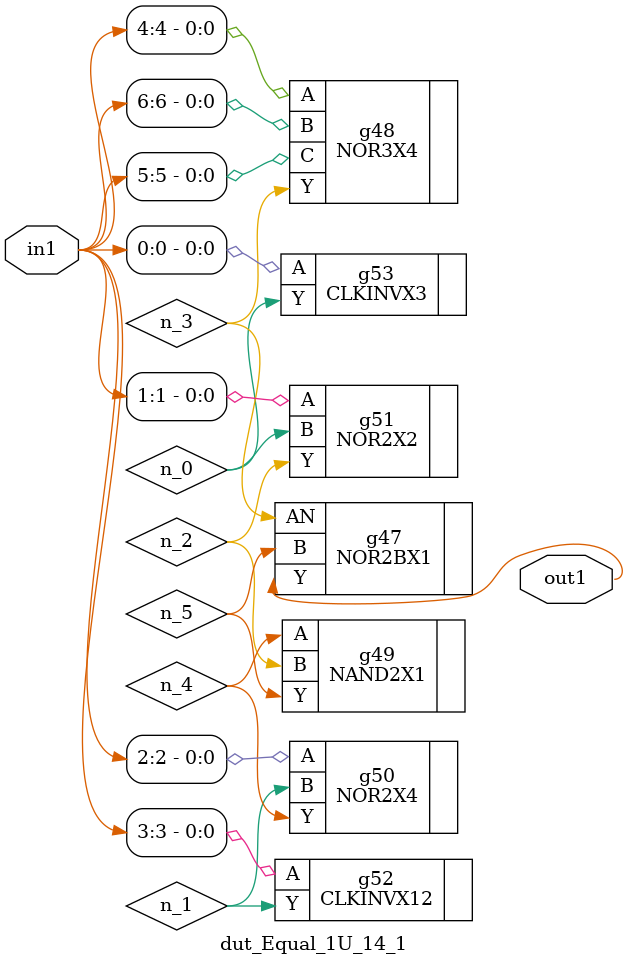
<source format=v>
`timescale 1ps / 1ps


module dut_Equal_1U_14_1(in1, out1);
  input [6:0] in1;
  output out1;
  wire [6:0] in1;
  wire out1;
  wire n_0, n_1, n_2, n_3, n_4, n_5;
  NOR2BX1 g47(.AN (n_3), .B (n_5), .Y (out1));
  NAND2X1 g49(.A (n_4), .B (n_2), .Y (n_5));
  NOR2X4 g50(.A (in1[2]), .B (n_1), .Y (n_4));
  NOR3X4 g48(.A (in1[4]), .B (in1[6]), .C (in1[5]), .Y (n_3));
  NOR2X2 g51(.A (in1[1]), .B (n_0), .Y (n_2));
  CLKINVX12 g52(.A (in1[3]), .Y (n_1));
  CLKINVX3 g53(.A (in1[0]), .Y (n_0));
endmodule



</source>
